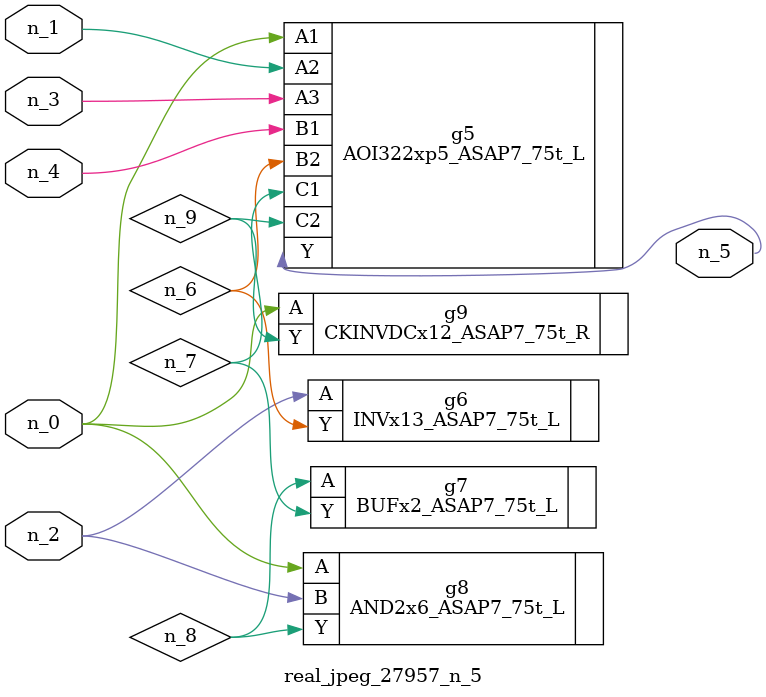
<source format=v>
module real_jpeg_27957_n_5 (n_4, n_0, n_1, n_2, n_3, n_5);

input n_4;
input n_0;
input n_1;
input n_2;
input n_3;

output n_5;

wire n_8;
wire n_6;
wire n_7;
wire n_9;

AOI322xp5_ASAP7_75t_L g5 ( 
.A1(n_0),
.A2(n_1),
.A3(n_3),
.B1(n_4),
.B2(n_6),
.C1(n_7),
.C2(n_9),
.Y(n_5)
);

AND2x6_ASAP7_75t_L g8 ( 
.A(n_0),
.B(n_2),
.Y(n_8)
);

CKINVDCx12_ASAP7_75t_R g9 ( 
.A(n_0),
.Y(n_9)
);

INVx13_ASAP7_75t_L g6 ( 
.A(n_2),
.Y(n_6)
);

BUFx2_ASAP7_75t_L g7 ( 
.A(n_8),
.Y(n_7)
);


endmodule
</source>
